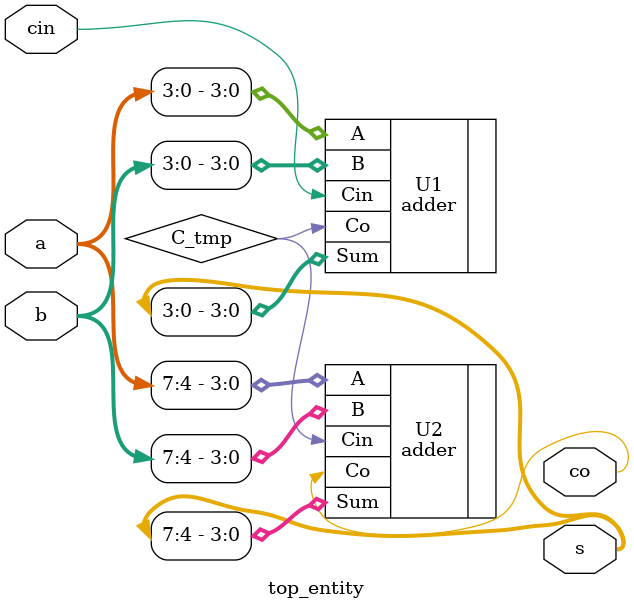
<source format=v>
module top_entity(a,b,s,cin,co);
	input [7:0]a,b;
	output [7:0]s;
	input cin;
	output co;
	
	// gewei LSB
	adder U1(.A(a[3:0]), .B(b[3:0]), .Cin(cin), 
				.Sum(s[3:0]), .Co(C_tmp));	
	
	// shiwei MSB
	adder U2(.A(a[7:4]), .B(b[7:4]), .Cin(C_tmp), 
				.Sum(s[7:4]), .Co(co));
	endmodule
	
</source>
